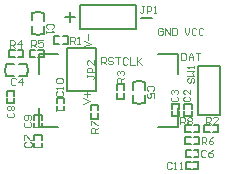
<source format=gto>
%FSLAX25Y25*%
%MOIN*%
G70*
G01*
G75*
%ADD10C,0.05118*%
%ADD11R,0.02559X0.02165*%
%ADD12R,0.02165X0.02559*%
%ADD13R,0.01378X0.01378*%
%ADD14R,0.05906X0.02165*%
%ADD15R,0.01378X0.01378*%
%ADD16C,0.03150*%
%ADD17C,0.00787*%
%ADD18C,0.01969*%
%ADD19C,0.03937*%
%ADD20O,0.05000X0.03500*%
%ADD21C,0.05906*%
%ADD22C,0.03150*%
%ADD23C,0.01969*%
%ADD24C,0.03937*%
%ADD25R,0.02362X0.00787*%
%ADD26R,0.03150X0.00787*%
%ADD27R,0.00787X0.02362*%
%ADD28R,0.00787X0.03150*%
%ADD29R,0.05118X0.05118*%
%ADD30R,0.01575X0.03937*%
%ADD31R,0.05000X0.03600*%
%ADD32R,0.03600X0.03600*%
%ADD33R,0.01378X0.11811*%
%ADD34C,0.01575*%
%ADD35C,0.00500*%
%ADD36C,0.00591*%
%ADD37C,0.00394*%
D17*
X69194Y37598D02*
X76674D01*
X69194Y21457D02*
X76674D01*
Y37598D01*
X69194Y21457D02*
Y37598D01*
X30048Y58097D02*
X48710D01*
Y50223D02*
Y58097D01*
X30048Y50223D02*
X48710D01*
X30048D02*
Y58097D01*
X50472Y53813D02*
X53846D01*
X26687Y55775D02*
Y52402D01*
X25000Y54088D02*
X28374D01*
D35*
X51655Y32395D02*
G03*
X47756Y32392I-1945J-4864D01*
G01*
X47726Y25539D02*
G03*
X51662Y25464I2063J4907D01*
G01*
X5385Y38265D02*
G03*
X5388Y34366I4864J-1945D01*
G01*
X12241Y34336D02*
G03*
X12316Y38272I-4907J2063D01*
G01*
X17845Y55405D02*
G03*
X13946Y55402I-1945J-4864D01*
G01*
X13916Y48549D02*
G03*
X17852Y48474I2063J4907D01*
G01*
X17200Y21325D02*
G03*
X14822Y21313I-1175J-2922D01*
G01*
X14817Y17257D02*
G03*
X17196Y17269I1175J2922D01*
G01*
X17200Y14632D02*
G03*
X14822Y14620I-1175J-2922D01*
G01*
X14817Y10565D02*
G03*
X17196Y10576I1175J2922D01*
G01*
X69445Y3379D02*
G03*
X69433Y5757I-2922J1175D01*
G01*
X65377Y5762D02*
G03*
X65389Y3383I2922J-1175D01*
G01*
X24591Y26964D02*
G03*
X22213Y26952I-1175J-2922D01*
G01*
X22208Y22896D02*
G03*
X24587Y22908I1175J2922D01*
G01*
X5748Y25316D02*
G03*
X8127Y25328I1175J2922D01*
G01*
X8132Y29384D02*
G03*
X5753Y29372I-1175J-2922D01*
G01*
X65416Y9771D02*
G03*
X65428Y7393I2922J-1175D01*
G01*
X69484Y7389D02*
G03*
X69472Y9767I-2922J1175D01*
G01*
X67181Y25164D02*
G03*
X64803Y25152I-1175J-2922D01*
G01*
X64798Y21096D02*
G03*
X67177Y21108I1175J2922D01*
G01*
X62922Y25164D02*
G03*
X60543Y25152I-1175J-2922D01*
G01*
X60539Y21096D02*
G03*
X62917Y21108I1175J2922D01*
G01*
X51658Y29796D02*
Y32394D01*
X47721Y29908D02*
Y32394D01*
X51658Y25462D02*
Y28221D01*
X47721Y25541D02*
Y28221D01*
X5386Y38269D02*
X7984D01*
X5386Y34332D02*
X7872D01*
X9559Y38269D02*
X12318D01*
X9559Y34332D02*
X12239D01*
X17849Y52806D02*
Y55404D01*
X13912Y52918D02*
Y55404D01*
X17849Y48472D02*
Y51231D01*
X13912Y48551D02*
Y51231D01*
X14828Y17284D02*
Y18898D01*
X17190Y17284D02*
Y18898D01*
X14828Y19685D02*
Y21299D01*
X17190Y19685D02*
Y21299D01*
X14828Y10591D02*
Y12205D01*
X17190Y10591D02*
Y12205D01*
X14828Y12992D02*
Y14606D01*
X17190Y12992D02*
Y14606D01*
X65403Y5751D02*
X67017D01*
X65403Y3389D02*
X67017D01*
X67805Y5751D02*
X69419D01*
X67805Y3389D02*
X69419D01*
X22219Y22922D02*
Y24536D01*
X24581Y22922D02*
Y24536D01*
X22219Y25324D02*
Y26938D01*
X24581Y25324D02*
Y26938D01*
X8121Y27744D02*
Y29358D01*
X5759Y27744D02*
Y29358D01*
X8121Y25342D02*
Y26956D01*
X5759Y25342D02*
Y26956D01*
X67844Y7399D02*
X69458D01*
X67844Y9761D02*
X69458D01*
X65442Y7399D02*
X67056D01*
X65442Y9761D02*
X67056D01*
X64809Y21122D02*
Y22736D01*
X67171Y21122D02*
Y22736D01*
X64809Y23524D02*
Y25138D01*
X67171Y23524D02*
Y25138D01*
X60549Y21122D02*
Y22736D01*
X62911Y21122D02*
Y22736D01*
X60549Y23524D02*
Y25138D01*
X62911Y23524D02*
Y25138D01*
X24191Y45239D02*
X25963D01*
Y47601D01*
X24191D02*
X25963D01*
X21278Y45239D02*
X23089D01*
X21278D02*
Y47601D01*
X23089D01*
X71467Y18031D02*
X73239D01*
X71467Y15669D02*
Y18031D01*
Y15669D02*
X73239D01*
X74341Y18031D02*
X76152D01*
Y15669D02*
Y18031D01*
X74341Y15669D02*
X76152D01*
X42276Y26898D02*
Y28670D01*
Y26898D02*
X44638D01*
Y28670D01*
X42276Y29772D02*
Y31583D01*
X44638D01*
Y29772D02*
Y31583D01*
X9311Y40829D02*
X11083D01*
Y43191D01*
X9311D02*
X11083D01*
X6398Y40829D02*
X8209D01*
X6398D02*
Y43191D01*
X8209D01*
X16161Y40719D02*
X17933D01*
Y43081D01*
X16161D02*
X17933D01*
X13248Y40719D02*
X15059D01*
X13248D02*
Y43081D01*
X15059D01*
X65127Y14011D02*
X66899D01*
X65127Y11649D02*
Y14011D01*
Y11649D02*
X66899D01*
X68001Y14011D02*
X69812D01*
Y11649D02*
Y14011D01*
X68001Y11649D02*
X69812D01*
X68001Y15669D02*
X69812D01*
Y18031D01*
X68001D02*
X69812D01*
X65127Y15669D02*
X66899D01*
X65127D02*
Y18031D01*
X66899D01*
X35951Y23041D02*
Y24852D01*
X33589D02*
X35951D01*
X33589Y23041D02*
Y24852D01*
X35951Y20167D02*
Y21939D01*
X33589Y20167D02*
X35951D01*
X33589D02*
Y21939D01*
D36*
X16190Y35206D02*
Y41693D01*
Y17362D02*
Y23849D01*
Y17362D02*
X22677D01*
X56081D02*
X62568D01*
Y23849D01*
Y35206D02*
Y41693D01*
X56081D02*
X62568D01*
X16190D02*
X22677D01*
X35351Y29523D02*
Y43578D01*
X25509Y29523D02*
Y43578D01*
Y29523D02*
X35351D01*
X25509Y43578D02*
X35351D01*
D37*
X64858Y50517D02*
Y48943D01*
X65645Y48156D01*
X66432Y48943D01*
Y50517D01*
X68793Y50124D02*
X68400Y50517D01*
X67612D01*
X67219Y50124D01*
Y48549D01*
X67612Y48156D01*
X68400D01*
X68793Y48549D01*
X71155Y50124D02*
X70761Y50517D01*
X69974D01*
X69580Y50124D01*
Y48549D01*
X69974Y48156D01*
X70761D01*
X71155Y48549D01*
X37029Y38320D02*
Y40682D01*
X38210D01*
X38603Y40288D01*
Y39501D01*
X38210Y39107D01*
X37029D01*
X37816D02*
X38603Y38320D01*
X40965Y40288D02*
X40571Y40682D01*
X39784D01*
X39391Y40288D01*
Y39894D01*
X39784Y39501D01*
X40571D01*
X40965Y39107D01*
Y38714D01*
X40571Y38320D01*
X39784D01*
X39391Y38714D01*
X41752Y40682D02*
X43326D01*
X42539D01*
Y38320D01*
X57509Y50057D02*
X57115Y50450D01*
X56328D01*
X55934Y50057D01*
Y48482D01*
X56328Y48089D01*
X57115D01*
X57509Y48482D01*
Y49270D01*
X56722D01*
X58296Y48089D02*
Y50450D01*
X59870Y48089D01*
Y50450D01*
X60657D02*
Y48089D01*
X61838D01*
X62232Y48482D01*
Y50057D01*
X61838Y50450D01*
X60657D01*
X63809Y41962D02*
Y39600D01*
X64990D01*
X65383Y39994D01*
Y41568D01*
X64990Y41962D01*
X63809D01*
X66171Y39600D02*
Y41174D01*
X66958Y41962D01*
X67745Y41174D01*
Y39600D01*
Y40781D01*
X66171D01*
X68532Y41962D02*
X70106D01*
X69319D01*
Y39600D01*
X45847Y40206D02*
X45453Y40600D01*
X44666D01*
X44273Y40206D01*
Y38632D01*
X44666Y38238D01*
X45453D01*
X45847Y38632D01*
X46634Y40600D02*
Y38238D01*
X48208D01*
X48996Y40600D02*
Y38238D01*
Y39025D01*
X50570Y40600D01*
X49389Y39419D01*
X50570Y38238D01*
X54199Y29570D02*
X54593Y29963D01*
Y30751D01*
X54199Y31144D01*
X52625D01*
X52231Y30751D01*
Y29963D01*
X52625Y29570D01*
X54593Y27209D02*
Y28783D01*
X53412D01*
X53806Y27996D01*
Y27602D01*
X53412Y27209D01*
X52625D01*
X52231Y27602D01*
Y28389D01*
X52625Y28783D01*
X8661Y33346D02*
X8268Y33739D01*
X7480D01*
X7087Y33346D01*
Y31771D01*
X7480Y31378D01*
X8268D01*
X8661Y31771D01*
X10629Y31378D02*
Y33739D01*
X9448Y32559D01*
X11022D01*
X20787Y50237D02*
X21180Y50630D01*
Y51417D01*
X20787Y51811D01*
X19212D01*
X18819Y51417D01*
Y50630D01*
X19212Y50237D01*
X18819Y49450D02*
Y48662D01*
Y49056D01*
X21180D01*
X20787Y49450D01*
X11812Y19015D02*
X11418Y18622D01*
Y17834D01*
X11812Y17441D01*
X13386D01*
X13780Y17834D01*
Y18622D01*
X13386Y19015D01*
Y19802D02*
X13780Y20196D01*
Y20983D01*
X13386Y21377D01*
X11812D01*
X11418Y20983D01*
Y20196D01*
X11812Y19802D01*
X12205D01*
X12599Y20196D01*
Y21377D01*
X11890Y12401D02*
X11497Y12008D01*
Y11220D01*
X11890Y10827D01*
X13465D01*
X13858Y11220D01*
Y12008D01*
X13465Y12401D01*
X11497Y13188D02*
Y14762D01*
X11890D01*
X13465Y13188D01*
X13858D01*
X66182Y33779D02*
X65788Y33385D01*
Y32598D01*
X66182Y32205D01*
X66575D01*
X66969Y32598D01*
Y33385D01*
X67362Y33779D01*
X67756D01*
X68150Y33385D01*
Y32598D01*
X67756Y32205D01*
X65788Y34566D02*
X68150D01*
X67362Y35353D01*
X68150Y36140D01*
X65788D01*
X68150Y36928D02*
Y37715D01*
Y37321D01*
X65788D01*
X66182Y36928D01*
X60551Y5314D02*
X60157Y5708D01*
X59370D01*
X58976Y5314D01*
Y3740D01*
X59370Y3347D01*
X60157D01*
X60551Y3740D01*
X61338Y3347D02*
X62125D01*
X61731D01*
Y5708D01*
X61338Y5314D01*
X63306Y3347D02*
X64093D01*
X63699D01*
Y5708D01*
X63306Y5314D01*
X22476Y29260D02*
X22082Y28867D01*
Y28080D01*
X22476Y27686D01*
X24050D01*
X24443Y28080D01*
Y28867D01*
X24050Y29260D01*
X24443Y30047D02*
Y30834D01*
Y30441D01*
X22082D01*
X22476Y30047D01*
Y32015D02*
X22082Y32409D01*
Y33196D01*
X22476Y33590D01*
X24050D01*
X24443Y33196D01*
Y32409D01*
X24050Y32015D01*
X22476D01*
X6142Y22204D02*
X5749Y21811D01*
Y21023D01*
X6142Y20630D01*
X7717D01*
X8110Y21023D01*
Y21811D01*
X7717Y22204D01*
X6142Y22991D02*
X5749Y23385D01*
Y24172D01*
X6142Y24566D01*
X6536D01*
X6929Y24172D01*
X7323Y24566D01*
X7717D01*
X8110Y24172D01*
Y23385D01*
X7717Y22991D01*
X7323D01*
X6929Y23385D01*
X6536Y22991D01*
X6142D01*
X6929Y23385D02*
Y24172D01*
X72047Y9448D02*
X71653Y9842D01*
X70866D01*
X70472Y9448D01*
Y7874D01*
X70866Y7480D01*
X71653D01*
X72047Y7874D01*
X74408Y9842D02*
X73621Y9448D01*
X72834Y8661D01*
Y7874D01*
X73227Y7480D01*
X74015D01*
X74408Y7874D01*
Y8268D01*
X74015Y8661D01*
X72834D01*
X64857Y27515D02*
X64463Y27122D01*
Y26335D01*
X64857Y25941D01*
X66431D01*
X66825Y26335D01*
Y27122D01*
X66431Y27515D01*
X66825Y29877D02*
Y28302D01*
X65250Y29877D01*
X64857D01*
X64463Y29483D01*
Y28696D01*
X64857Y28302D01*
X60636Y27515D02*
X60243Y27122D01*
Y26335D01*
X60636Y25941D01*
X62211D01*
X62604Y26335D01*
Y27122D01*
X62211Y27515D01*
X60636Y28302D02*
X60243Y28696D01*
Y29483D01*
X60636Y29877D01*
X61030D01*
X61423Y29483D01*
Y29090D01*
Y29483D01*
X61817Y29877D01*
X62211D01*
X62604Y29483D01*
Y28696D01*
X62211Y28302D01*
X26772Y45158D02*
Y47519D01*
X27952D01*
X28346Y47125D01*
Y46338D01*
X27952Y45945D01*
X26772D01*
X27559D02*
X28346Y45158D01*
X29133D02*
X29920D01*
X29527D01*
Y47519D01*
X29133Y47125D01*
X71969Y18425D02*
Y20787D01*
X73149D01*
X73543Y20393D01*
Y19606D01*
X73149Y19212D01*
X71969D01*
X72756D02*
X73543Y18425D01*
X75904D02*
X74330D01*
X75904Y19999D01*
Y20393D01*
X75511Y20787D01*
X74724D01*
X74330Y20393D01*
X44569Y32241D02*
X42207D01*
Y33422D01*
X42601Y33815D01*
X43388D01*
X43782Y33422D01*
Y32241D01*
Y33028D02*
X44569Y33815D01*
X42601Y34602D02*
X42207Y34996D01*
Y35783D01*
X42601Y36177D01*
X42994D01*
X43388Y35783D01*
Y35389D01*
Y35783D01*
X43782Y36177D01*
X44175D01*
X44569Y35783D01*
Y34996D01*
X44175Y34602D01*
X6651Y43908D02*
Y46270D01*
X7831D01*
X8225Y45876D01*
Y45089D01*
X7831Y44695D01*
X6651D01*
X7438D02*
X8225Y43908D01*
X10193D02*
Y46270D01*
X9012Y45089D01*
X10586D01*
X13701Y44094D02*
Y46456D01*
X14882D01*
X15275Y46062D01*
Y45275D01*
X14882Y44882D01*
X13701D01*
X14488D02*
X15275Y44094D01*
X17637Y46456D02*
X16062D01*
Y45275D01*
X16849Y45669D01*
X17243D01*
X17637Y45275D01*
Y44488D01*
X17243Y44094D01*
X16456D01*
X16062Y44488D01*
X70551Y11654D02*
Y14015D01*
X71732D01*
X72126Y13621D01*
Y12834D01*
X71732Y12441D01*
X70551D01*
X71338D02*
X72126Y11654D01*
X74487Y14015D02*
X73700Y13621D01*
X72913Y12834D01*
Y12047D01*
X73306Y11654D01*
X74093D01*
X74487Y12047D01*
Y12441D01*
X74093Y12834D01*
X72913D01*
X35945Y15551D02*
X33583D01*
Y16732D01*
X33977Y17126D01*
X34764D01*
X35158Y16732D01*
Y15551D01*
Y16338D02*
X35945Y17126D01*
X33583Y17913D02*
Y19487D01*
X33977D01*
X35551Y17913D01*
X35945D01*
X63465Y18268D02*
Y20629D01*
X64645D01*
X65039Y20236D01*
Y19448D01*
X64645Y19055D01*
X63465D01*
X64252D02*
X65039Y18268D01*
X65826Y20236D02*
X66220Y20629D01*
X67007D01*
X67400Y20236D01*
Y19842D01*
X67007Y19448D01*
X67400Y19055D01*
Y18661D01*
X67007Y18268D01*
X66220D01*
X65826Y18661D01*
Y19055D01*
X66220Y19448D01*
X65826Y19842D01*
Y20236D01*
X66220Y19448D02*
X67007D01*
X32335Y34853D02*
Y34066D01*
Y34459D01*
X34302D01*
X34696Y34066D01*
Y33672D01*
X34302Y33279D01*
X34696Y35640D02*
X32335D01*
Y36821D01*
X32728Y37215D01*
X33515D01*
X33909Y36821D01*
Y35640D01*
X34696Y39576D02*
Y38002D01*
X33122Y39576D01*
X32728D01*
X32335Y39182D01*
Y38395D01*
X32728Y38002D01*
X51456Y57755D02*
X50669D01*
X51063D01*
Y55787D01*
X50669Y55394D01*
X50275D01*
X49882Y55787D01*
X52243Y55394D02*
Y57755D01*
X53424D01*
X53818Y57362D01*
Y56574D01*
X53424Y56181D01*
X52243D01*
X54605Y55394D02*
X55392D01*
X54998D01*
Y57755D01*
X54605Y57362D01*
X31064Y25157D02*
X33425Y26057D01*
X31064Y26957D02*
X33425Y26057D01*
X31401Y28273D02*
X33425D01*
X32413Y27261D02*
Y29285D01*
X31418Y44252D02*
X33779Y45152D01*
X31418Y46051D02*
X33779Y45152D01*
X32767Y46355D02*
Y48379D01*
M02*

</source>
